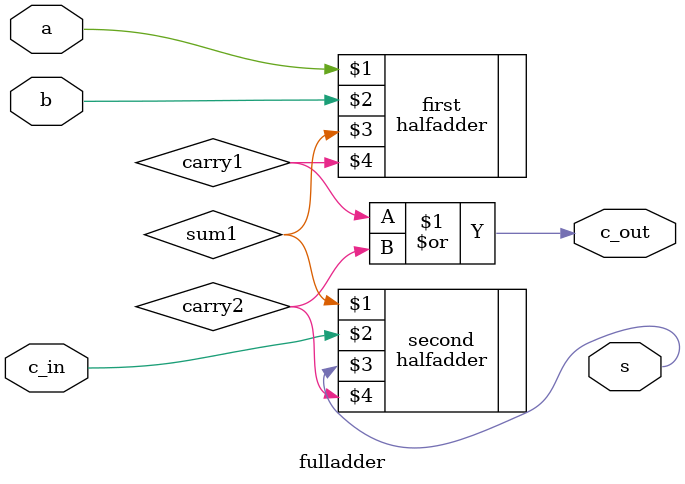
<source format=sv>
`include "halfadder.sv"

module fulladder(
  input logic a, b, c_in,
  output logic s, c_out
);

wire sum1, carry1, carry2;

halfadder first ( a, b, sum1, carry1);
halfadder second(sum1, c_in, s, carry2);

or carryOr(c_out, carry1, carry2);

endmodule
</source>
